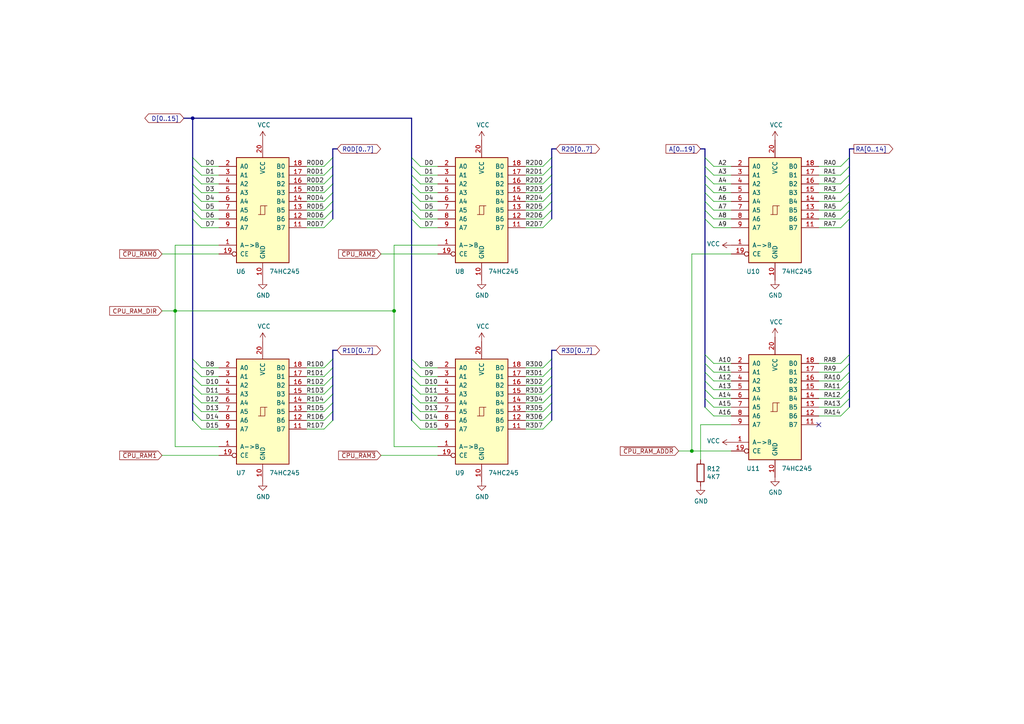
<source format=kicad_sch>
(kicad_sch (version 20230121) (generator eeschema)
  (paper "A4")
  (title_block (title "Mini8086 VGA board") (rev "1.1"))
  (lib_symbols
    (symbol "74xx:74HC245" (pin_names (offset 1.016))
      (property "Reference" "U" (at -7.62 16.51 0))
      (property "Value" "74HC245" (at -7.62 -16.51 0))
      (symbol "74HC245_1_0"
        (polyline (pts (xy -0.635 -1.27) (xy -0.635 1.27) (xy 0.635 1.27)))
        (polyline (pts (xy -1.27 -1.27) (xy 0.635 -1.27) (xy 0.635 1.27) (xy 1.27 1.27)))
        (pin input line (at -12.7 -10.16 0) (length 5.08) (name "A->B") (number "1"))
        (pin power_in line (at 0 -20.32 90) (length 5.08) (name "GND") (number "10"))
        (pin tri_state line (at 12.7 -5.08 180) (length 5.08) (name "B7") (number "11"))
        (pin tri_state line (at 12.7 -2.54 180) (length 5.08) (name "B6") (number "12"))
        (pin tri_state line (at 12.7 0 180) (length 5.08) (name "B5") (number "13"))
        (pin tri_state line (at 12.7 2.54 180) (length 5.08) (name "B4") (number "14"))
        (pin tri_state line (at 12.7 5.08 180) (length 5.08) (name "B3") (number "15"))
        (pin tri_state line (at 12.7 7.62 180) (length 5.08) (name "B2") (number "16"))
        (pin tri_state line (at 12.7 10.16 180) (length 5.08) (name "B1") (number "17"))
        (pin tri_state line (at 12.7 12.7 180) (length 5.08) (name "B0") (number "18"))
        (pin input inverted (at -12.7 -12.7 0) (length 5.08) (name "CE") (number "19"))
        (pin tri_state line (at -12.7 12.7 0) (length 5.08) (name "A0") (number "2"))
        (pin power_in line (at 0 20.32 270) (length 5.08) (name "VCC") (number "20"))
        (pin tri_state line (at -12.7 10.16 0) (length 5.08) (name "A1") (number "3"))
        (pin tri_state line (at -12.7 7.62 0) (length 5.08) (name "A2") (number "4"))
        (pin tri_state line (at -12.7 5.08 0) (length 5.08) (name "A3") (number "5"))
        (pin tri_state line (at -12.7 2.54 0) (length 5.08) (name "A4") (number "6"))
        (pin tri_state line (at -12.7 0 0) (length 5.08) (name "A5") (number "7"))
        (pin tri_state line (at -12.7 -2.54 0) (length 5.08) (name "A6") (number "8"))
        (pin tri_state line (at -12.7 -5.08 0) (length 5.08) (name "A7") (number "9"))
      )
      (symbol "74HC245_1_1"
        (rectangle (start -7.62 15.24) (end 7.62 -15.24) (stroke (width 0.254)) (fill (type background)))
      )
    )
    (symbol "Device:R" (pin_numbers hide) (pin_names (offset 0))
      (property "Reference" "R" (at 2.032 0 90))
      (property "Value" "R" (at 0 0 90))
      (symbol "R_0_1"
        (rectangle (start -1.016 -2.54) (end 1.016 2.54) (stroke (width 0.254)))
      )
      (symbol "R_1_1"
        (pin passive line (at 0 3.81 270) (length 1.27) (name "~") (number "1"))
        (pin passive line (at 0 -3.81 90) (length 1.27) (name "~") (number "2"))
      )
    )
    (symbol "power:GND" (power) (pin_names (offset 0))
      (property "Value" "GND" (at 0 -3.81 0))
      (symbol "GND_0_1"
        (polyline (pts (xy 0 0) (xy 0 -1.27) (xy 1.27 -1.27) (xy 0 -2.54) (xy -1.27 -1.27) (xy 0 -1.27)))
      )
      (symbol "GND_1_1"
        (pin power_in line (at 0 0 270) (length 0) hide (name "GND") (number "1"))
      )
    )
    (symbol "power:VCC" (power) (pin_names (offset 0))
      (property "Value" "VCC" (at 0 3.81 0))
      (symbol "VCC_0_1"
        (polyline (pts (xy -0.762 1.27) (xy 0 2.54)))
        (polyline (pts (xy 0 0) (xy 0 2.54)))
        (polyline (pts (xy 0 2.54) (xy 0.762 1.27)))
      )
      (symbol "VCC_1_1"
        (pin power_in line (at 0 0 90) (length 0) hide (name "VCC") (number "1"))
      )
    )
  )
  (junction (at 114.3 90.17))
  (junction (at 55.88 34.29))
  (junction (at 50.8 90.17))
  (junction (at 200.66 130.81))
  (no_connect (at 237.49 123.19))
  (bus_entry (at 55.88 55.88) (size 2.54 2.54))
  (bus_entry (at 204.47 45.72) (size 2.54 2.54))
  (bus_entry (at 96.52 60.96) (size -2.54 2.54))
  (bus_entry (at 96.52 53.34) (size -2.54 2.54))
  (bus_entry (at 119.38 53.34) (size 2.54 2.54))
  (bus_entry (at 204.47 53.34) (size 2.54 2.54))
  (bus_entry (at 246.38 110.49) (size -2.54 2.54))
  (bus_entry (at 119.38 121.92) (size 2.54 2.54))
  (bus_entry (at 96.52 63.5) (size -2.54 2.54))
  (bus_entry (at 119.38 63.5) (size 2.54 2.54))
  (bus_entry (at 119.38 50.8) (size 2.54 2.54))
  (bus_entry (at 204.47 63.5) (size 2.54 2.54))
  (bus_entry (at 204.47 48.26) (size 2.54 2.54))
  (bus_entry (at 119.38 48.26) (size 2.54 2.54))
  (bus_entry (at 119.38 45.72) (size 2.54 2.54))
  (bus_entry (at 160.02 116.84) (size -2.54 2.54))
  (bus_entry (at 160.02 119.38) (size -2.54 2.54))
  (bus_entry (at 160.02 48.26) (size -2.54 2.54))
  (bus_entry (at 246.38 45.72) (size -2.54 2.54))
  (bus_entry (at 119.38 119.38) (size 2.54 2.54))
  (bus_entry (at 55.88 50.8) (size 2.54 2.54))
  (bus_entry (at 96.52 55.88) (size -2.54 2.54))
  (bus_entry (at 246.38 113.03) (size -2.54 2.54))
  (bus_entry (at 55.88 58.42) (size 2.54 2.54))
  (bus_entry (at 55.88 106.68) (size 2.54 2.54))
  (bus_entry (at 204.47 118.11) (size 2.54 2.54))
  (bus_entry (at 160.02 60.96) (size -2.54 2.54))
  (bus_entry (at 246.38 58.42) (size -2.54 2.54))
  (bus_entry (at 119.38 111.76) (size 2.54 2.54))
  (bus_entry (at 55.88 121.92) (size 2.54 2.54))
  (bus_entry (at 160.02 63.5) (size -2.54 2.54))
  (bus_entry (at 96.52 116.84) (size -2.54 2.54))
  (bus_entry (at 96.52 121.92) (size -2.54 2.54))
  (bus_entry (at 246.38 105.41) (size -2.54 2.54))
  (bus_entry (at 204.47 58.42) (size 2.54 2.54))
  (bus_entry (at 246.38 53.34) (size -2.54 2.54))
  (bus_entry (at 55.88 48.26) (size 2.54 2.54))
  (bus_entry (at 160.02 114.3) (size -2.54 2.54))
  (bus_entry (at 119.38 116.84) (size 2.54 2.54))
  (bus_entry (at 119.38 58.42) (size 2.54 2.54))
  (bus_entry (at 55.88 45.72) (size 2.54 2.54))
  (bus_entry (at 246.38 60.96) (size -2.54 2.54))
  (bus_entry (at 55.88 104.14) (size 2.54 2.54))
  (bus_entry (at 96.52 111.76) (size -2.54 2.54))
  (bus_entry (at 204.47 102.87) (size 2.54 2.54))
  (bus_entry (at 55.88 111.76) (size 2.54 2.54))
  (bus_entry (at 119.38 55.88) (size 2.54 2.54))
  (bus_entry (at 204.47 60.96) (size 2.54 2.54))
  (bus_entry (at 160.02 109.22) (size -2.54 2.54))
  (bus_entry (at 204.47 113.03) (size 2.54 2.54))
  (bus_entry (at 160.02 58.42) (size -2.54 2.54))
  (bus_entry (at 160.02 104.14) (size -2.54 2.54))
  (bus_entry (at 96.52 45.72) (size -2.54 2.54))
  (bus_entry (at 119.38 60.96) (size 2.54 2.54))
  (bus_entry (at 160.02 53.34) (size -2.54 2.54))
  (bus_entry (at 55.88 60.96) (size 2.54 2.54))
  (bus_entry (at 119.38 104.14) (size 2.54 2.54))
  (bus_entry (at 204.47 105.41) (size 2.54 2.54))
  (bus_entry (at 246.38 55.88) (size -2.54 2.54))
  (bus_entry (at 119.38 109.22) (size 2.54 2.54))
  (bus_entry (at 55.88 63.5) (size 2.54 2.54))
  (bus_entry (at 160.02 45.72) (size -2.54 2.54))
  (bus_entry (at 55.88 116.84) (size 2.54 2.54))
  (bus_entry (at 246.38 115.57) (size -2.54 2.54))
  (bus_entry (at 246.38 48.26) (size -2.54 2.54))
  (bus_entry (at 204.47 110.49) (size 2.54 2.54))
  (bus_entry (at 160.02 121.92) (size -2.54 2.54))
  (bus_entry (at 160.02 106.68) (size -2.54 2.54))
  (bus_entry (at 204.47 115.57) (size 2.54 2.54))
  (bus_entry (at 55.88 53.34) (size 2.54 2.54))
  (bus_entry (at 96.52 58.42) (size -2.54 2.54))
  (bus_entry (at 96.52 104.14) (size -2.54 2.54))
  (bus_entry (at 96.52 106.68) (size -2.54 2.54))
  (bus_entry (at 160.02 111.76) (size -2.54 2.54))
  (bus_entry (at 160.02 50.8) (size -2.54 2.54))
  (bus_entry (at 204.47 107.95) (size 2.54 2.54))
  (bus_entry (at 96.52 109.22) (size -2.54 2.54))
  (bus_entry (at 246.38 50.8) (size -2.54 2.54))
  (bus_entry (at 160.02 55.88) (size -2.54 2.54))
  (bus_entry (at 96.52 114.3) (size -2.54 2.54))
  (bus_entry (at 204.47 50.8) (size 2.54 2.54))
  (bus_entry (at 96.52 119.38) (size -2.54 2.54))
  (bus_entry (at 119.38 106.68) (size 2.54 2.54))
  (bus_entry (at 55.88 114.3) (size 2.54 2.54))
  (bus_entry (at 96.52 50.8) (size -2.54 2.54))
  (bus_entry (at 119.38 114.3) (size 2.54 2.54))
  (bus_entry (at 96.52 48.26) (size -2.54 2.54))
  (bus_entry (at 246.38 118.11) (size -2.54 2.54))
  (bus_entry (at 204.47 55.88) (size 2.54 2.54))
  (bus_entry (at 246.38 63.5) (size -2.54 2.54))
  (bus_entry (at 55.88 119.38) (size 2.54 2.54))
  (bus_entry (at 246.38 107.95) (size -2.54 2.54))
  (bus_entry (at 55.88 109.22) (size 2.54 2.54))
  (bus_entry (at 246.38 102.87) (size -2.54 2.54))
  (wire (pts (xy 203.2 133.35) (xy 203.2 123.19)))
  (wire (pts (xy 50.8 129.54) (xy 50.8 90.17)))
  (bus (pts (xy 246.38 102.87) (xy 246.38 105.41)))
  (wire (pts (xy 212.09 110.49) (xy 207.01 110.49)))
  (wire (pts (xy 212.09 113.03) (xy 207.01 113.03)))
  (wire (pts (xy 237.49 115.57) (xy 243.84 115.57)))
  (wire (pts (xy 88.9 66.04) (xy 93.98 66.04)))
  (bus (pts (xy 55.88 119.38) (xy 55.88 121.92)))
  (bus (pts (xy 246.38 105.41) (xy 246.38 107.95)))
  (wire (pts (xy 63.5 63.5) (xy 58.42 63.5)))
  (wire (pts (xy 237.49 58.42) (xy 243.84 58.42)))
  (bus (pts (xy 246.38 110.49) (xy 246.38 113.03)))
  (bus (pts (xy 160.02 111.76) (xy 160.02 114.3)))
  (bus (pts (xy 204.47 115.57) (xy 204.47 118.11)))
  (wire (pts (xy 152.4 63.5) (xy 157.48 63.5)))
  (wire (pts (xy 88.9 109.22) (xy 93.98 109.22)))
  (bus (pts (xy 96.52 45.72) (xy 96.52 48.26)))
  (wire (pts (xy 127 124.46) (xy 121.92 124.46)))
  (bus (pts (xy 119.38 106.68) (xy 119.38 109.22)))
  (bus (pts (xy 160.02 43.18) (xy 161.29 43.18)))
  (wire (pts (xy 237.49 118.11) (xy 243.84 118.11)))
  (wire (pts (xy 88.9 53.34) (xy 93.98 53.34)))
  (wire (pts (xy 127 109.22) (xy 121.92 109.22)))
  (wire (pts (xy 127 58.42) (xy 121.92 58.42)))
  (wire (pts (xy 237.49 60.96) (xy 243.84 60.96)))
  (bus (pts (xy 204.47 50.8) (xy 204.47 53.34)))
  (bus (pts (xy 119.38 114.3) (xy 119.38 116.84)))
  (bus (pts (xy 119.38 34.29) (xy 119.38 45.72)))
  (bus (pts (xy 55.88 58.42) (xy 55.88 60.96)))
  (wire (pts (xy 152.4 48.26) (xy 157.48 48.26)))
  (wire (pts (xy 127 121.92) (xy 121.92 121.92)))
  (bus (pts (xy 55.88 104.14) (xy 55.88 106.68)))
  (wire (pts (xy 50.8 90.17) (xy 114.3 90.17)))
  (bus (pts (xy 160.02 55.88) (xy 160.02 58.42)))
  (bus (pts (xy 96.52 106.68) (xy 96.52 109.22)))
  (bus (pts (xy 55.88 109.22) (xy 55.88 111.76)))
  (bus (pts (xy 119.38 111.76) (xy 119.38 114.3)))
  (wire (pts (xy 237.49 110.49) (xy 243.84 110.49)))
  (bus (pts (xy 160.02 106.68) (xy 160.02 109.22)))
  (bus (pts (xy 204.47 43.18) (xy 203.2 43.18)))
  (wire (pts (xy 237.49 50.8) (xy 243.84 50.8)))
  (wire (pts (xy 127 53.34) (xy 121.92 53.34)))
  (wire (pts (xy 237.49 66.04) (xy 243.84 66.04)))
  (bus (pts (xy 160.02 109.22) (xy 160.02 111.76)))
  (bus (pts (xy 204.47 105.41) (xy 204.47 107.95)))
  (wire (pts (xy 63.5 53.34) (xy 58.42 53.34)))
  (wire (pts (xy 237.49 120.65) (xy 243.84 120.65)))
  (bus (pts (xy 246.38 55.88) (xy 246.38 58.42)))
  (bus (pts (xy 119.38 116.84) (xy 119.38 119.38)))
  (wire (pts (xy 63.5 66.04) (xy 58.42 66.04)))
  (bus (pts (xy 119.38 58.42) (xy 119.38 60.96)))
  (wire (pts (xy 127 114.3) (xy 121.92 114.3)))
  (bus (pts (xy 55.88 63.5) (xy 55.88 104.14)))
  (wire (pts (xy 212.09 53.34) (xy 207.01 53.34)))
  (wire (pts (xy 212.09 120.65) (xy 207.01 120.65)))
  (bus (pts (xy 160.02 50.8) (xy 160.02 53.34)))
  (wire (pts (xy 203.2 123.19) (xy 212.09 123.19)))
  (wire (pts (xy 88.9 114.3) (xy 93.98 114.3)))
  (wire (pts (xy 114.3 129.54) (xy 127 129.54)))
  (bus (pts (xy 160.02 48.26) (xy 160.02 50.8)))
  (bus (pts (xy 96.52 114.3) (xy 96.52 116.84)))
  (wire (pts (xy 63.5 114.3) (xy 58.42 114.3)))
  (bus (pts (xy 246.38 60.96) (xy 246.38 63.5)))
  (wire (pts (xy 237.49 105.41) (xy 243.84 105.41)))
  (wire (pts (xy 152.4 60.96) (xy 157.48 60.96)))
  (wire (pts (xy 237.49 113.03) (xy 243.84 113.03)))
  (wire (pts (xy 63.5 50.8) (xy 58.42 50.8)))
  (wire (pts (xy 152.4 66.04) (xy 157.48 66.04)))
  (bus (pts (xy 55.88 50.8) (xy 55.88 53.34)))
  (bus (pts (xy 96.52 58.42) (xy 96.52 60.96)))
  (bus (pts (xy 160.02 104.14) (xy 160.02 106.68)))
  (bus (pts (xy 119.38 34.29) (xy 55.88 34.29)))
  (bus (pts (xy 246.38 43.18) (xy 246.38 45.72)))
  (bus (pts (xy 96.52 43.18) (xy 96.52 45.72)))
  (bus (pts (xy 119.38 63.5) (xy 119.38 104.14)))
  (bus (pts (xy 246.38 115.57) (xy 246.38 118.11)))
  (wire (pts (xy 50.8 71.12) (xy 63.5 71.12)))
  (wire (pts (xy 114.3 71.12) (xy 127 71.12)))
  (bus (pts (xy 204.47 102.87) (xy 204.47 105.41)))
  (wire (pts (xy 237.49 53.34) (xy 243.84 53.34)))
  (wire (pts (xy 152.4 55.88) (xy 157.48 55.88)))
  (bus (pts (xy 204.47 60.96) (xy 204.47 63.5)))
  (bus (pts (xy 96.52 104.14) (xy 96.52 106.68)))
  (bus (pts (xy 96.52 53.34) (xy 96.52 55.88)))
  (wire (pts (xy 63.5 109.22) (xy 58.42 109.22)))
  (wire (pts (xy 50.8 90.17) (xy 46.99 90.17)))
  (wire (pts (xy 212.09 60.96) (xy 207.01 60.96)))
  (bus (pts (xy 55.88 114.3) (xy 55.88 116.84)))
  (bus (pts (xy 119.38 104.14) (xy 119.38 106.68)))
  (bus (pts (xy 96.52 119.38) (xy 96.52 121.92)))
  (bus (pts (xy 204.47 43.18) (xy 204.47 45.72)))
  (wire (pts (xy 63.5 58.42) (xy 58.42 58.42)))
  (bus (pts (xy 160.02 116.84) (xy 160.02 119.38)))
  (bus (pts (xy 119.38 50.8) (xy 119.38 53.34)))
  (wire (pts (xy 88.9 124.46) (xy 93.98 124.46)))
  (wire (pts (xy 63.5 106.68) (xy 58.42 106.68)))
  (bus (pts (xy 55.88 55.88) (xy 55.88 58.42)))
  (bus (pts (xy 160.02 53.34) (xy 160.02 55.88)))
  (wire (pts (xy 152.4 53.34) (xy 157.48 53.34)))
  (bus (pts (xy 160.02 101.6) (xy 161.29 101.6)))
  (bus (pts (xy 246.38 43.18) (xy 247.65 43.18)))
  (bus (pts (xy 96.52 116.84) (xy 96.52 119.38)))
  (bus (pts (xy 96.52 43.18) (xy 97.79 43.18)))
  (wire (pts (xy 152.4 114.3) (xy 157.48 114.3)))
  (wire (pts (xy 152.4 109.22) (xy 157.48 109.22)))
  (wire (pts (xy 200.66 73.66) (xy 212.09 73.66)))
  (wire (pts (xy 88.9 116.84) (xy 93.98 116.84)))
  (wire (pts (xy 152.4 124.46) (xy 157.48 124.46)))
  (wire (pts (xy 127 63.5) (xy 121.92 63.5)))
  (bus (pts (xy 246.38 107.95) (xy 246.38 110.49)))
  (bus (pts (xy 55.88 116.84) (xy 55.88 119.38)))
  (wire (pts (xy 127 66.04) (xy 121.92 66.04)))
  (bus (pts (xy 246.38 53.34) (xy 246.38 55.88)))
  (wire (pts (xy 212.09 63.5) (xy 207.01 63.5)))
  (bus (pts (xy 246.38 48.26) (xy 246.38 50.8)))
  (wire (pts (xy 212.09 50.8) (xy 207.01 50.8)))
  (bus (pts (xy 55.88 45.72) (xy 55.88 48.26)))
  (wire (pts (xy 50.8 90.17) (xy 50.8 71.12)))
  (bus (pts (xy 160.02 114.3) (xy 160.02 116.84)))
  (wire (pts (xy 127 132.08) (xy 110.49 132.08)))
  (wire (pts (xy 152.4 119.38) (xy 157.48 119.38)))
  (bus (pts (xy 204.47 110.49) (xy 204.47 113.03)))
  (bus (pts (xy 96.52 48.26) (xy 96.52 50.8)))
  (bus (pts (xy 96.52 101.6) (xy 97.79 101.6)))
  (bus (pts (xy 204.47 107.95) (xy 204.47 110.49)))
  (bus (pts (xy 204.47 58.42) (xy 204.47 60.96)))
  (bus (pts (xy 96.52 109.22) (xy 96.52 111.76)))
  (wire (pts (xy 152.4 111.76) (xy 157.48 111.76)))
  (bus (pts (xy 119.38 55.88) (xy 119.38 58.42)))
  (bus (pts (xy 55.88 106.68) (xy 55.88 109.22)))
  (bus (pts (xy 246.38 45.72) (xy 246.38 48.26)))
  (wire (pts (xy 63.5 55.88) (xy 58.42 55.88)))
  (bus (pts (xy 204.47 48.26) (xy 204.47 50.8)))
  (wire (pts (xy 63.5 116.84) (xy 58.42 116.84)))
  (wire (pts (xy 212.09 48.26) (xy 207.01 48.26)))
  (bus (pts (xy 119.38 60.96) (xy 119.38 63.5)))
  (wire (pts (xy 88.9 55.88) (xy 93.98 55.88)))
  (wire (pts (xy 212.09 118.11) (xy 207.01 118.11)))
  (wire (pts (xy 212.09 55.88) (xy 207.01 55.88)))
  (bus (pts (xy 96.52 55.88) (xy 96.52 58.42)))
  (wire (pts (xy 63.5 129.54) (xy 50.8 129.54)))
  (bus (pts (xy 160.02 101.6) (xy 160.02 104.14)))
  (wire (pts (xy 110.49 73.66) (xy 127 73.66)))
  (bus (pts (xy 204.47 63.5) (xy 204.47 102.87)))
  (wire (pts (xy 114.3 90.17) (xy 114.3 71.12)))
  (wire (pts (xy 88.9 60.96) (xy 93.98 60.96)))
  (wire (pts (xy 46.99 73.66) (xy 63.5 73.66)))
  (wire (pts (xy 63.5 119.38) (xy 58.42 119.38)))
  (bus (pts (xy 119.38 53.34) (xy 119.38 55.88)))
  (bus (pts (xy 204.47 53.34) (xy 204.47 55.88)))
  (wire (pts (xy 152.4 50.8) (xy 157.48 50.8)))
  (wire (pts (xy 212.09 115.57) (xy 207.01 115.57)))
  (wire (pts (xy 88.9 58.42) (xy 93.98 58.42)))
  (wire (pts (xy 127 50.8) (xy 121.92 50.8)))
  (bus (pts (xy 119.38 109.22) (xy 119.38 111.76)))
  (wire (pts (xy 127 48.26) (xy 121.92 48.26)))
  (wire (pts (xy 63.5 60.96) (xy 58.42 60.96)))
  (wire (pts (xy 212.09 107.95) (xy 207.01 107.95)))
  (wire (pts (xy 212.09 130.81) (xy 200.66 130.81)))
  (bus (pts (xy 96.52 111.76) (xy 96.52 114.3)))
  (bus (pts (xy 160.02 119.38) (xy 160.02 121.92)))
  (wire (pts (xy 152.4 116.84) (xy 157.48 116.84)))
  (wire (pts (xy 127 60.96) (xy 121.92 60.96)))
  (bus (pts (xy 96.52 50.8) (xy 96.52 53.34)))
  (wire (pts (xy 114.3 90.17) (xy 114.3 129.54)))
  (bus (pts (xy 55.88 48.26) (xy 55.88 50.8)))
  (bus (pts (xy 160.02 45.72) (xy 160.02 48.26)))
  (wire (pts (xy 88.9 111.76) (xy 93.98 111.76)))
  (wire (pts (xy 63.5 121.92) (xy 58.42 121.92)))
  (wire (pts (xy 127 119.38) (xy 121.92 119.38)))
  (wire (pts (xy 63.5 111.76) (xy 58.42 111.76)))
  (wire (pts (xy 152.4 121.92) (xy 157.48 121.92)))
  (wire (pts (xy 127 106.68) (xy 121.92 106.68)))
  (wire (pts (xy 88.9 48.26) (xy 93.98 48.26)))
  (wire (pts (xy 200.66 130.81) (xy 196.85 130.81)))
  (wire (pts (xy 88.9 106.68) (xy 93.98 106.68)))
  (wire (pts (xy 207.01 66.04) (xy 212.09 66.04)))
  (wire (pts (xy 152.4 58.42) (xy 157.48 58.42)))
  (bus (pts (xy 246.38 58.42) (xy 246.38 60.96)))
  (bus (pts (xy 119.38 45.72) (xy 119.38 48.26)))
  (bus (pts (xy 204.47 45.72) (xy 204.47 48.26)))
  (bus (pts (xy 246.38 50.8) (xy 246.38 53.34)))
  (bus (pts (xy 55.88 34.29) (xy 55.88 45.72)))
  (wire (pts (xy 237.49 48.26) (xy 243.84 48.26)))
  (wire (pts (xy 127 116.84) (xy 121.92 116.84)))
  (wire (pts (xy 212.09 105.41) (xy 207.01 105.41)))
  (wire (pts (xy 152.4 106.68) (xy 157.48 106.68)))
  (wire (pts (xy 212.09 58.42) (xy 207.01 58.42)))
  (bus (pts (xy 55.88 34.29) (xy 53.34 34.29)))
  (wire (pts (xy 88.9 63.5) (xy 93.98 63.5)))
  (wire (pts (xy 63.5 124.46) (xy 58.42 124.46)))
  (bus (pts (xy 246.38 63.5) (xy 246.38 102.87)))
  (bus (pts (xy 160.02 60.96) (xy 160.02 63.5)))
  (bus (pts (xy 246.38 113.03) (xy 246.38 115.57)))
  (bus (pts (xy 96.52 60.96) (xy 96.52 63.5)))
  (bus (pts (xy 55.88 53.34) (xy 55.88 55.88)))
  (bus (pts (xy 96.52 101.6) (xy 96.52 104.14)))
  (bus (pts (xy 160.02 43.18) (xy 160.02 45.72)))
  (bus (pts (xy 119.38 119.38) (xy 119.38 121.92)))
  (wire (pts (xy 200.66 130.81) (xy 200.66 73.66)))
  (wire (pts (xy 88.9 121.92) (xy 93.98 121.92)))
  (wire (pts (xy 237.49 55.88) (xy 243.84 55.88)))
  (wire (pts (xy 237.49 107.95) (xy 243.84 107.95)))
  (bus (pts (xy 55.88 60.96) (xy 55.88 63.5)))
  (wire (pts (xy 237.49 63.5) (xy 243.84 63.5)))
  (wire (pts (xy 63.5 48.26) (xy 58.42 48.26)))
  (wire (pts (xy 88.9 50.8) (xy 93.98 50.8)))
  (bus (pts (xy 55.88 111.76) (xy 55.88 114.3)))
  (bus (pts (xy 204.47 113.03) (xy 204.47 115.57)))
  (wire (pts (xy 63.5 132.08) (xy 46.99 132.08)))
  (wire (pts (xy 127 55.88) (xy 121.92 55.88)))
  (wire (pts (xy 88.9 119.38) (xy 93.98 119.38)))
  (bus (pts (xy 119.38 48.26) (xy 119.38 50.8)))
  (bus (pts (xy 204.47 55.88) (xy 204.47 58.42)))
  (wire (pts (xy 127 111.76) (xy 121.92 111.76)))
  (bus (pts (xy 160.02 58.42) (xy 160.02 60.96)))
  (label "A6" (at 210.82 58.42 180))
  (label "D0" (at 125.73 48.26 180))
  (label "R0D5" (at 93.98 60.96 180))
  (label "D15" (at 63.5 124.46 180))
  (label "D9" (at 125.73 109.22 180))
  (label "R1D0" (at 93.98 106.68 180))
  (label "R2D3" (at 157.48 55.88 180))
  (label "R0D4" (at 93.98 58.42 180))
  (label "D14" (at 63.5 121.92 180))
  (label "RA13" (at 243.84 118.11 180))
  (label "D1" (at 62.23 50.8 180))
  (label "RA3" (at 242.57 55.88 180))
  (label "D1" (at 125.73 50.8 180))
  (label "RA7" (at 242.57 66.04 180))
  (label "D2" (at 62.23 53.34 180))
  (label "R2D6" (at 157.48 63.5 180))
  (label "R3D6" (at 157.48 121.92 180))
  (label "D3" (at 125.73 55.88 180))
  (label "D6" (at 62.23 63.5 180))
  (label "R0D7" (at 93.98 66.04 180))
  (label "A12" (at 212.09 110.49 180))
  (label "R3D2" (at 157.48 111.76 180))
  (label "A3" (at 210.82 50.8 180))
  (label "A7" (at 210.82 60.96 180))
  (label "D12" (at 127 116.84 180))
  (label "A5" (at 210.82 55.88 180))
  (label "R0D3" (at 93.98 55.88 180))
  (label "RA0" (at 242.57 48.26 180))
  (label "D10" (at 63.5 111.76 180))
  (label "R1D3" (at 93.98 114.3 180))
  (label "R2D1" (at 157.48 50.8 180))
  (label "RA8" (at 242.57 105.41 180))
  (label "D13" (at 127 119.38 180))
  (label "R1D6" (at 93.98 121.92 180))
  (label "A15" (at 212.09 118.11 180))
  (label "D6" (at 125.73 63.5 180))
  (label "R1D2" (at 93.98 111.76 180))
  (label "D4" (at 125.73 58.42 180))
  (label "A10" (at 212.09 105.41 180))
  (label "A9" (at 210.82 66.04 180))
  (label "RA2" (at 242.57 53.34 180))
  (label "A2" (at 210.82 48.26 180))
  (label "A4" (at 210.82 53.34 180))
  (label "R3D5" (at 157.48 119.38 180))
  (label "R1D5" (at 93.98 119.38 180))
  (label "R1D4" (at 93.98 116.84 180))
  (label "D13" (at 63.5 119.38 180))
  (label "R3D0" (at 157.48 106.68 180))
  (label "RA14" (at 243.84 120.65 180))
  (label "R2D5" (at 157.48 60.96 180))
  (label "R3D4" (at 157.48 116.84 180))
  (label "D11" (at 127 114.3 180))
  (label "R1D7" (at 93.98 124.46 180))
  (label "RA5" (at 242.57 60.96 180))
  (label "D12" (at 63.5 116.84 180))
  (label "D10" (at 127 111.76 180))
  (label "R2D7" (at 157.48 66.04 180))
  (label "D8" (at 62.23 106.68 180))
  (label "D2" (at 125.73 53.34 180))
  (label "A13" (at 212.09 113.03 180))
  (label "RA10" (at 243.84 110.49 180))
  (label "D11" (at 63.5 114.3 180))
  (label "D3" (at 62.23 55.88 180))
  (label "A8" (at 210.82 63.5 180))
  (label "D15" (at 127 124.46 180))
  (label "RA11" (at 243.84 113.03 180))
  (label "R2D2" (at 157.48 53.34 180))
  (label "RA1" (at 242.57 50.8 180))
  (label "R2D0" (at 157.48 48.26 180))
  (label "D0" (at 62.23 48.26 180))
  (label "RA12" (at 243.84 115.57 180))
  (label "R0D6" (at 93.98 63.5 180))
  (label "R0D1" (at 93.98 50.8 180))
  (label "A16" (at 212.09 120.65 180))
  (label "D7" (at 62.23 66.04 180))
  (label "A14" (at 212.09 115.57 180))
  (label "D5" (at 62.23 60.96 180))
  (label "RA9" (at 242.57 107.95 180))
  (label "D4" (at 62.23 58.42 180))
  (label "D8" (at 125.73 106.68 180))
  (label "R1D1" (at 93.98 109.22 180))
  (label "R3D7" (at 157.48 124.46 180))
  (label "R0D0" (at 93.98 48.26 180))
  (label "R3D1" (at 157.48 109.22 180))
  (label "D7" (at 125.73 66.04 180))
  (label "D9" (at 62.23 109.22 180))
  (label "RA4" (at 242.57 58.42 180))
  (label "R3D3" (at 157.48 114.3 180))
  (label "D5" (at 125.73 60.96 180))
  (label "A11" (at 212.09 107.95 180))
  (label "R2D4" (at 157.48 58.42 180))
  (label "D14" (at 127 121.92 180))
  (label "R0D2" (at 93.98 53.34 180))
  (label "RA6" (at 242.57 63.5 180))
  (global_label "R0D[0..7]" (shape bidirectional) (at 97.79 43.18 0) (property "Intersheetrefs" "${INTERSHEET_REFS}" (effects hide)))
  (global_label "~{CPU_RAM2}" (shape input) (at 110.49 73.66 180) (property "Intersheetrefs" "${INTERSHEET_REFS}" (effects hide)))
  (global_label "A[0..19]" (shape input) (at 203.2 43.18 180) (property "Intersheetrefs" "${INTERSHEET_REFS}" (effects hide)))
  (global_label "D[0..15]" (shape bidirectional) (at 53.34 34.29 180) (property "Intersheetrefs" "${INTERSHEET_REFS}" (effects hide)))
  (global_label "~{CPU_RAM0}" (shape input) (at 46.99 73.66 180) (property "Intersheetrefs" "${INTERSHEET_REFS}" (effects hide)))
  (global_label "~{CPU_RAM3}" (shape input) (at 110.49 132.08 180) (property "Intersheetrefs" "${INTERSHEET_REFS}" (effects hide)))
  (global_label "R1D[0..7]" (shape bidirectional) (at 97.79 101.6 0) (property "Intersheetrefs" "${INTERSHEET_REFS}" (effects hide)))
  (global_label "R3D[0..7]" (shape bidirectional) (at 161.29 101.6 0) (property "Intersheetrefs" "${INTERSHEET_REFS}" (effects hide)))
  (global_label "R2D[0..7]" (shape bidirectional) (at 161.29 43.18 0) (property "Intersheetrefs" "${INTERSHEET_REFS}" (effects hide)))
  (global_label "CPU_RAM_DIR" (shape input) (at 46.99 90.17 180) (property "Intersheetrefs" "${INTERSHEET_REFS}" (effects hide)))
  (global_label "~{CPU_RAM_ADDR}" (shape input) (at 196.85 130.81 180) (property "Intersheetrefs" "${INTERSHEET_REFS}" (effects hide)))
  (global_label "~{CPU_RAM1}" (shape input) (at 46.99 132.08 180) (property "Intersheetrefs" "${INTERSHEET_REFS}" (effects hide)))
  (global_label "RA[0..14]" (shape output) (at 247.65 43.18 0) (property "Intersheetrefs" "${INTERSHEET_REFS}" (effects hide)))
  (symbol (lib_id "74xx:74HC245") (at 76.2 60.96 0) (unit 1)
    (property "Reference" "U6" (at 69.85 78.74 0))
    (property "Value" "74HC245" (at 82.55 78.74 0))
    (property "Footprint" "Package_DIP:DIP-20_W7.62mm_LongPads" (effects hide))
    (property "Datasheet" "http://www.ti.com/lit/gpn/sn74HC245" (effects hide))
  )
  (symbol (lib_id "power:GND") (at 76.2 81.28 0) (unit 1)
    (property "Reference" "#PWR032" (effects hide))
    (property "Value" "GND" (at 76.327 85.6742 0))
  )
  (symbol (lib_id "power:VCC") (at 76.2 40.64 0) (unit 1)
    (property "Reference" "#PWR031" (effects hide))
    (property "Value" "VCC" (at 76.581 36.2458 0))
  )
  (symbol (lib_id "74xx:74HC245") (at 76.2 119.38 0) (unit 1)
    (property "Reference" "U7" (at 69.85 137.16 0))
    (property "Value" "74HC245" (at 82.55 137.16 0))
    (property "Footprint" "Package_DIP:DIP-20_W7.62mm_LongPads" (effects hide))
    (property "Datasheet" "http://www.ti.com/lit/gpn/sn74HC245" (effects hide))
  )
  (symbol (lib_id "power:GND") (at 76.2 139.7 0) (unit 1)
    (property "Reference" "#PWR034" (effects hide))
    (property "Value" "GND" (at 76.327 144.0942 0))
  )
  (symbol (lib_id "power:VCC") (at 76.2 99.06 0) (unit 1)
    (property "Reference" "#PWR033" (effects hide))
    (property "Value" "VCC" (at 76.581 94.6658 0))
  )
  (symbol (lib_id "74xx:74HC245") (at 139.7 60.96 0) (unit 1)
    (property "Reference" "U8" (at 133.35 78.74 0))
    (property "Value" "74HC245" (at 146.05 78.74 0))
    (property "Footprint" "Package_DIP:DIP-20_W7.62mm_LongPads" (effects hide))
    (property "Datasheet" "http://www.ti.com/lit/gpn/sn74HC245" (effects hide))
  )
  (symbol (lib_id "power:GND") (at 139.7 81.28 0) (unit 1)
    (property "Reference" "#PWR036" (effects hide))
    (property "Value" "GND" (at 139.827 85.6742 0))
  )
  (symbol (lib_id "power:VCC") (at 139.7 40.64 0) (unit 1)
    (property "Reference" "#PWR035" (effects hide))
    (property "Value" "VCC" (at 140.081 36.2458 0))
  )
  (symbol (lib_id "74xx:74HC245") (at 139.7 119.38 0) (unit 1)
    (property "Reference" "U9" (at 133.35 137.16 0))
    (property "Value" "74HC245" (at 146.05 137.16 0))
    (property "Footprint" "Package_DIP:DIP-20_W7.62mm_LongPads" (effects hide))
    (property "Datasheet" "http://www.ti.com/lit/gpn/sn74HC245" (effects hide))
  )
  (symbol (lib_id "power:GND") (at 139.7 139.7 0) (unit 1)
    (property "Reference" "#PWR038" (effects hide))
    (property "Value" "GND" (at 139.827 144.0942 0))
  )
  (symbol (lib_id "power:VCC") (at 139.7 99.06 0) (unit 1)
    (property "Reference" "#PWR037" (effects hide))
    (property "Value" "VCC" (at 140.081 94.6658 0))
  )
  (symbol (lib_id "74xx:74HC245") (at 224.79 60.96 0) (unit 1)
    (property "Reference" "U10" (at 218.44 78.74 0))
    (property "Value" "74HC245" (at 231.14 78.74 0))
    (property "Footprint" "Package_DIP:DIP-20_W7.62mm_LongPads" (effects hide))
    (property "Datasheet" "http://www.ti.com/lit/gpn/sn74HC245" (effects hide))
  )
  (symbol (lib_id "74xx:74HC245") (at 224.79 118.11 0) (unit 1)
    (property "Reference" "U11" (at 218.44 135.89 0))
    (property "Value" "74HC245" (at 231.14 135.89 0))
    (property "Footprint" "Package_DIP:DIP-20_W7.62mm_LongPads" (effects hide))
    (property "Datasheet" "http://www.ti.com/lit/gpn/sn74HC245" (effects hide))
  )
  (symbol (lib_id "power:VCC") (at 224.79 97.79 0) (unit 1)
    (property "Reference" "#PWR044" (effects hide))
    (property "Value" "VCC" (at 225.171 93.3958 0))
  )
  (symbol (lib_id "power:VCC") (at 224.79 40.64 0) (unit 1)
    (property "Reference" "#PWR042" (effects hide))
    (property "Value" "VCC" (at 225.171 36.2458 0))
  )
  (symbol (lib_id "power:GND") (at 224.79 81.28 0) (unit 1)
    (property "Reference" "#PWR043" (effects hide))
    (property "Value" "GND" (at 224.917 85.6742 0))
  )
  (symbol (lib_id "power:GND") (at 224.79 138.43 0) (unit 1)
    (property "Reference" "#PWR045" (effects hide))
    (property "Value" "GND" (at 224.917 142.8242 0))
  )
  (symbol (lib_id "power:VCC") (at 212.09 128.27 90) (unit 1)
    (property "Reference" "#PWR041" (effects hide))
    (property "Value" "VCC" (at 208.8642 127.889 90) (effects (justify left)))
  )
  (symbol (lib_id "power:VCC") (at 212.09 71.12 90) (unit 1)
    (property "Reference" "#PWR039" (effects hide))
    (property "Value" "VCC" (at 208.8642 70.739 90) (effects (justify left)))
  )
  (symbol (lib_id "Device:R") (at 203.2 137.16 0) (unit 1)
    (property "Reference" "R12" (at 204.978 135.9916 0) (effects (justify left)))
    (property "Value" "4K7" (at 204.978 138.303 0) (effects (justify left)))
    (property "Footprint" "Resistor_THT:R_Axial_DIN0207_L6.3mm_D2.5mm_P2.54mm_Vertical" (effects hide))
  )
  (symbol (lib_id "power:GND") (at 203.2 140.97 0) (unit 1)
    (property "Reference" "#PWR040" (effects hide))
    (property "Value" "GND" (at 203.327 145.3642 0))
  )
)
</source>
